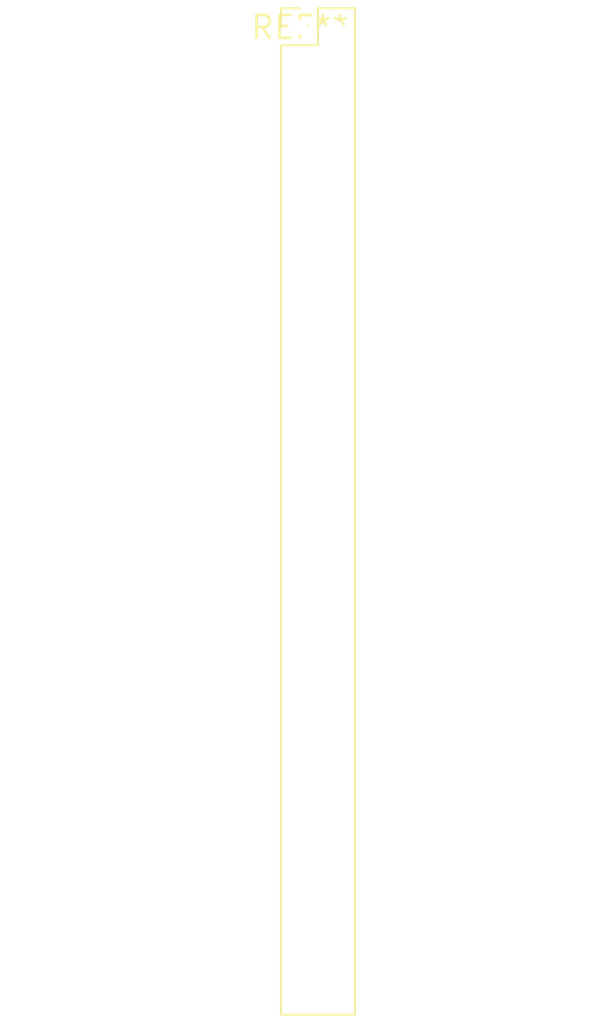
<source format=kicad_pcb>
(kicad_pcb (version 20240108) (generator pcbnew)
  (layers (0 "F.Cu" signal) (31 "B.Cu" signal) (34 "B.Paste" user) (35 "F.Paste" user) (36 "B.SilkS" user "B.Silkscreen") (37 "F.SilkS" user "F.Silkscreen") (38 "B.Mask" user) (39 "F.Mask" user) (44 "Edge.Cuts" user))
  (net 0 "")
  (footprint "PinHeader_2x28_P2.00mm_Vertical" (layer "F.Cu") (at 0 0)
    (property "Reference" "REF**")
    (property "Value" "PinHeader_2x28_P2.00mm_Vertical")
    (fp_line (start -1.06 -1.06) (end 0 -1.06) (layer "F.SilkS") (stroke (width 0.12)))
    (fp_line (start -1.06 0) (end -1.06 -1.06) (layer "F.SilkS") (stroke (width 0.12)))
    (fp_line (start -1.06 1) (end -1.06 55.06) (layer "F.SilkS") (stroke (width 0.12)))
    (fp_line (start -1.06 1) (end 1 1) (layer "F.SilkS") (stroke (width 0.12)))
    (fp_line (start -1.06 55.06) (end 3.06 55.06) (layer "F.SilkS") (stroke (width 0.12)))
    (fp_line (start 1 -1.06) (end 3.06 -1.06) (layer "F.SilkS") (stroke (width 0.12)))
    (fp_line (start 1 1) (end 1 -1.06) (layer "F.SilkS") (stroke (width 0.12)))
    (fp_line (start 3.06 -1.06) (end 3.06 55.06) (layer "F.SilkS") (stroke (width 0.12)))
    (pad "1" thru_hole rect (at 0 0) (size 1.35 1.35) (drill 0.8) (layers *.Cu *.Mask) (remove_unused_layers))
    (pad "2" thru_hole oval (at 2 0) (size 1.35 1.35) (drill 0.8) (layers *.Cu *.Mask) (remove_unused_layers))
    (pad "3" thru_hole oval (at 0 2) (size 1.35 1.35) (drill 0.8) (layers *.Cu *.Mask) (remove_unused_layers))
    (pad "4" thru_hole oval (at 2 2) (size 1.35 1.35) (drill 0.8) (layers *.Cu *.Mask) (remove_unused_layers))
    (pad "5" thru_hole oval (at 0 4) (size 1.35 1.35) (drill 0.8) (layers *.Cu *.Mask) (remove_unused_layers))
    (pad "6" thru_hole oval (at 2 4) (size 1.35 1.35) (drill 0.8) (layers *.Cu *.Mask) (remove_unused_layers))
    (pad "7" thru_hole oval (at 0 6) (size 1.35 1.35) (drill 0.8) (layers *.Cu *.Mask) (remove_unused_layers))
    (pad "8" thru_hole oval (at 2 6) (size 1.35 1.35) (drill 0.8) (layers *.Cu *.Mask) (remove_unused_layers))
    (pad "9" thru_hole oval (at 0 8) (size 1.35 1.35) (drill 0.8) (layers *.Cu *.Mask) (remove_unused_layers))
    (pad "10" thru_hole oval (at 2 8) (size 1.35 1.35) (drill 0.8) (layers *.Cu *.Mask) (remove_unused_layers))
    (pad "11" thru_hole oval (at 0 10) (size 1.35 1.35) (drill 0.8) (layers *.Cu *.Mask) (remove_unused_layers))
    (pad "12" thru_hole oval (at 2 10) (size 1.35 1.35) (drill 0.8) (layers *.Cu *.Mask) (remove_unused_layers))
    (pad "13" thru_hole oval (at 0 12) (size 1.35 1.35) (drill 0.8) (layers *.Cu *.Mask) (remove_unused_layers))
    (pad "14" thru_hole oval (at 2 12) (size 1.35 1.35) (drill 0.8) (layers *.Cu *.Mask) (remove_unused_layers))
    (pad "15" thru_hole oval (at 0 14) (size 1.35 1.35) (drill 0.8) (layers *.Cu *.Mask) (remove_unused_layers))
    (pad "16" thru_hole oval (at 2 14) (size 1.35 1.35) (drill 0.8) (layers *.Cu *.Mask) (remove_unused_layers))
    (pad "17" thru_hole oval (at 0 16) (size 1.35 1.35) (drill 0.8) (layers *.Cu *.Mask) (remove_unused_layers))
    (pad "18" thru_hole oval (at 2 16) (size 1.35 1.35) (drill 0.8) (layers *.Cu *.Mask) (remove_unused_layers))
    (pad "19" thru_hole oval (at 0 18) (size 1.35 1.35) (drill 0.8) (layers *.Cu *.Mask) (remove_unused_layers))
    (pad "20" thru_hole oval (at 2 18) (size 1.35 1.35) (drill 0.8) (layers *.Cu *.Mask) (remove_unused_layers))
    (pad "21" thru_hole oval (at 0 20) (size 1.35 1.35) (drill 0.8) (layers *.Cu *.Mask) (remove_unused_layers))
    (pad "22" thru_hole oval (at 2 20) (size 1.35 1.35) (drill 0.8) (layers *.Cu *.Mask) (remove_unused_layers))
    (pad "23" thru_hole oval (at 0 22) (size 1.35 1.35) (drill 0.8) (layers *.Cu *.Mask) (remove_unused_layers))
    (pad "24" thru_hole oval (at 2 22) (size 1.35 1.35) (drill 0.8) (layers *.Cu *.Mask) (remove_unused_layers))
    (pad "25" thru_hole oval (at 0 24) (size 1.35 1.35) (drill 0.8) (layers *.Cu *.Mask) (remove_unused_layers))
    (pad "26" thru_hole oval (at 2 24) (size 1.35 1.35) (drill 0.8) (layers *.Cu *.Mask) (remove_unused_layers))
    (pad "27" thru_hole oval (at 0 26) (size 1.35 1.35) (drill 0.8) (layers *.Cu *.Mask) (remove_unused_layers))
    (pad "28" thru_hole oval (at 2 26) (size 1.35 1.35) (drill 0.8) (layers *.Cu *.Mask) (remove_unused_layers))
    (pad "29" thru_hole oval (at 0 28) (size 1.35 1.35) (drill 0.8) (layers *.Cu *.Mask) (remove_unused_layers))
    (pad "30" thru_hole oval (at 2 28) (size 1.35 1.35) (drill 0.8) (layers *.Cu *.Mask) (remove_unused_layers))
    (pad "31" thru_hole oval (at 0 30) (size 1.35 1.35) (drill 0.8) (layers *.Cu *.Mask) (remove_unused_layers))
    (pad "32" thru_hole oval (at 2 30) (size 1.35 1.35) (drill 0.8) (layers *.Cu *.Mask) (remove_unused_layers))
    (pad "33" thru_hole oval (at 0 32) (size 1.35 1.35) (drill 0.8) (layers *.Cu *.Mask) (remove_unused_layers))
    (pad "34" thru_hole oval (at 2 32) (size 1.35 1.35) (drill 0.8) (layers *.Cu *.Mask) (remove_unused_layers))
    (pad "35" thru_hole oval (at 0 34) (size 1.35 1.35) (drill 0.8) (layers *.Cu *.Mask) (remove_unused_layers))
    (pad "36" thru_hole oval (at 2 34) (size 1.35 1.35) (drill 0.8) (layers *.Cu *.Mask) (remove_unused_layers))
    (pad "37" thru_hole oval (at 0 36) (size 1.35 1.35) (drill 0.8) (layers *.Cu *.Mask) (remove_unused_layers))
    (pad "38" thru_hole oval (at 2 36) (size 1.35 1.35) (drill 0.8) (layers *.Cu *.Mask) (remove_unused_layers))
    (pad "39" thru_hole oval (at 0 38) (size 1.35 1.35) (drill 0.8) (layers *.Cu *.Mask) (remove_unused_layers))
    (pad "40" thru_hole oval (at 2 38) (size 1.35 1.35) (drill 0.8) (layers *.Cu *.Mask) (remove_unused_layers))
    (pad "41" thru_hole oval (at 0 40) (size 1.35 1.35) (drill 0.8) (layers *.Cu *.Mask) (remove_unused_layers))
    (pad "42" thru_hole oval (at 2 40) (size 1.35 1.35) (drill 0.8) (layers *.Cu *.Mask) (remove_unused_layers))
    (pad "43" thru_hole oval (at 0 42) (size 1.35 1.35) (drill 0.8) (layers *.Cu *.Mask) (remove_unused_layers))
    (pad "44" thru_hole oval (at 2 42) (size 1.35 1.35) (drill 0.8) (layers *.Cu *.Mask) (remove_unused_layers))
    (pad "45" thru_hole oval (at 0 44) (size 1.35 1.35) (drill 0.8) (layers *.Cu *.Mask) (remove_unused_layers))
    (pad "46" thru_hole oval (at 2 44) (size 1.35 1.35) (drill 0.8) (layers *.Cu *.Mask) (remove_unused_layers))
    (pad "47" thru_hole oval (at 0 46) (size 1.35 1.35) (drill 0.8) (layers *.Cu *.Mask) (remove_unused_layers))
    (pad "48" thru_hole oval (at 2 46) (size 1.35 1.35) (drill 0.8) (layers *.Cu *.Mask) (remove_unused_layers))
    (pad "49" thru_hole oval (at 0 48) (size 1.35 1.35) (drill 0.8) (layers *.Cu *.Mask) (remove_unused_layers))
    (pad "50" thru_hole oval (at 2 48) (size 1.35 1.35) (drill 0.8) (layers *.Cu *.Mask) (remove_unused_layers))
    (pad "51" thru_hole oval (at 0 50) (size 1.35 1.35) (drill 0.8) (layers *.Cu *.Mask) (remove_unused_layers))
    (pad "52" thru_hole oval (at 2 50) (size 1.35 1.35) (drill 0.8) (layers *.Cu *.Mask) (remove_unused_layers))
    (pad "53" thru_hole oval (at 0 52) (size 1.35 1.35) (drill 0.8) (layers *.Cu *.Mask) (remove_unused_layers))
    (pad "54" thru_hole oval (at 2 52) (size 1.35 1.35) (drill 0.8) (layers *.Cu *.Mask) (remove_unused_layers))
    (pad "55" thru_hole oval (at 0 54) (size 1.35 1.35) (drill 0.8) (layers *.Cu *.Mask) (remove_unused_layers))
    (pad "56" thru_hole oval (at 2 54) (size 1.35 1.35) (drill 0.8) (layers *.Cu *.Mask) (remove_unused_layers))
  )
)
</source>
